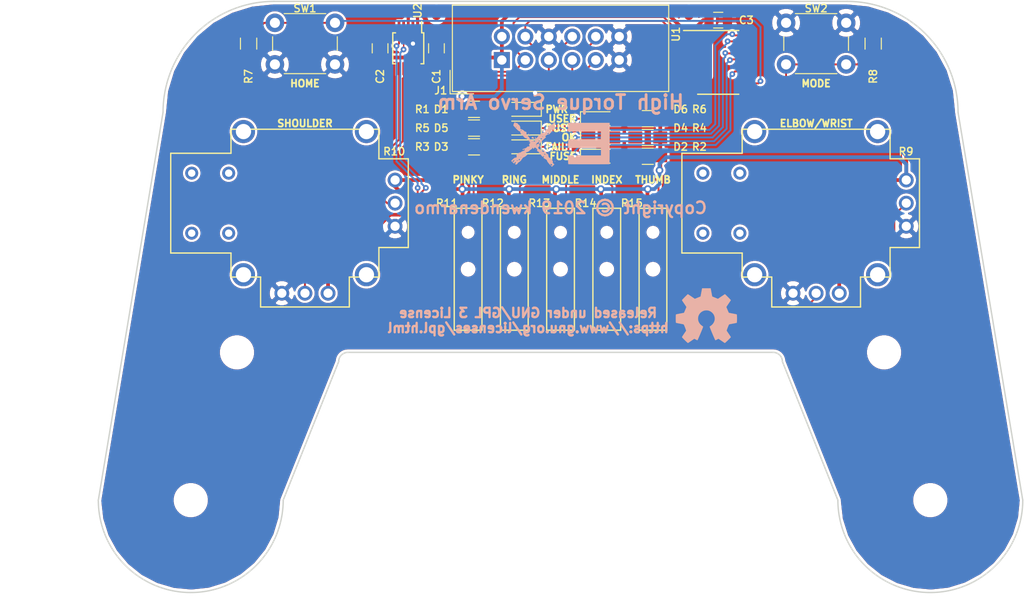
<source format=kicad_pcb>
(kicad_pcb (version 4) (host pcbnew 4.0.7-e2-6376~61~ubuntu18.04.1)
  (layers (0 F.Cu signal) (31 B.Cu signal) (34 B.Paste user) (35 F.Paste user) (36 B.SilkS user) (37 F.SilkS user) (38 B.Mask user) (39 F.Mask user) (44 Edge.Cuts user))
  (net 0 "")
  (net 1 +5V)
  (net 2 GND)
  (net 3 "Net-(D1-Pad2)")
  (net 4 "Net-(D2-Pad1)")
  (net 5 "Net-(D2-Pad2)")
  (net 6 "Net-(D3-Pad1)")
  (net 7 "Net-(D3-Pad2)")
  (net 8 "Net-(D4-Pad1)")
  (net 9 "Net-(D4-Pad2)")
  (net 10 "Net-(D5-Pad1)")
  (net 11 "Net-(D5-Pad2)")
  (net 12 "Net-(D6-Pad1)")
  (net 13 "Net-(D6-Pad2)")
  (net 14 /A5)
  (net 15 /A4)
  (net 16 /A3)
  (net 17 /A1)
  (net 18 /A0)
  (net 19 /A7)
  (net 20 /A6)
  (net 21 "Net-(U1-Pad1)")
  (net 22 "Net-(U1-Pad13)")
  (net 23 "Net-(U1-Pad10)")
  (net 24 "Net-(U2-Pad2)")
  (net 25 "Net-(R9-Pad2)")
  (net 26 "Net-(R9-Pad5)")
  (net 27 "Net-(R10-Pad2)")
  (net 28 "Net-(R10-Pad5)")
  (net 29 "Net-(R9-Pad8)")
  (net 30 "Net-(R9-Pad7)")
  (net 31 "Net-(R10-Pad8)")
  (net 32 "Net-(R10-Pad7)")
  (net 33 "Net-(R7-Pad2)")
  (net 34 "Net-(R8-Pad2)")
  (module Capacitors_SMD:C_0805 (layer F.Cu) (at 36.576 5.08 90)
    (fp_text reference C1 (at -3.048 0 90) (layer F.SilkS) (effects (font (size 0.8128 0.8128) (thickness 0.1524))))
    (fp_text value 4.7µF)
    (pad 1 smd rect (at -1 0 90) (size 1 1.25) (layers F.Cu F.Paste F.Mask) (net 1 +5V))
    (pad 2 smd rect (at 1 0 90) (size 1 1.25) (layers F.Cu F.Paste F.Mask) (net 2 GND))
  )
  (module Fiducials:Fiducial_1mm_Dia_2mm_Outer (layer F.Cu) (at 63.881 1.524)
    (fp_text reference REF** hide)
    (fp_text value Fiducial_1mm_Dia_2mm_Outer hide)
    (pad ~ smd circle (at 0 0) (size 1 1) (layers F.Cu F.Mask) (clearance 0.5))
  )
  (module Fiducials:Fiducial_1mm_Dia_2mm_Outer (layer F.Cu) (at 36.576 1.524)
    (fp_text reference REF** hide)
    (fp_text value Fiducial_1mm_Dia_2mm_Outer hide)
    (pad ~ smd circle (at 0 0) (size 1 1) (layers F.Cu F.Mask) (clearance 0.5))
  )
  (module Fiducials:Fiducial_1mm_Dia_2mm_Outer (layer F.Cu) (at 88.5 62)
    (fp_text reference REF** hide)
    (fp_text value Fiducial_1mm_Dia_2mm_Outer hide)
    (pad ~ smd circle (at 0 0) (size 1 1) (layers F.Cu F.Mask) (clearance 0.5))
  )
  (module Fiducials:Fiducial_1mm_Dia_2mm_Outer (layer F.Cu) (at 11.5 62)
    (fp_text reference REF** hide)
    (fp_text value Fiducial_1mm_Dia_2mm_Outer hide)
    (pad ~ smd circle (at 0 0) (size 1 1) (layers F.Cu F.Mask) (clearance 0.5))
  )
  (module Mounting_Holes:MountingHole_3.2mm_M3_DIN965 (layer F.Cu) (at 85 38)
    (fp_text reference REF** hide)
    (fp_text value MountingHole_3.2mm_M3_DIN965 hide)
    (pad 1 np_thru_hole circle (at 0 0) (size 3.2 3.2) (drill 3.2) (layers *.Cu *.Mask))
  )
  (module Mounting_Holes:MountingHole_3.2mm_M3_DIN965 (layer F.Cu) (at 90 54)
    (fp_text reference REF** hide)
    (fp_text value MountingHole_3.2mm_M3_DIN965 hide)
    (pad 1 np_thru_hole circle (at 0 0) (size 3.2 3.2) (drill 3.2) (layers *.Cu *.Mask))
  )
  (module Mounting_Holes:MountingHole_3.2mm_M3_DIN965 (layer F.Cu) (at 15 38)
    (fp_text reference REF** hide)
    (fp_text value MountingHole_3.2mm_M3_DIN965 hide)
    (pad 1 np_thru_hole circle (at 0 0) (size 3.2 3.2) (drill 3.2) (layers *.Cu *.Mask))
  )
  (module Connectors_IDC:IDC-Header_2x06_Pitch2.54mm_Straight (layer F.Cu) (at 50 5.08 90)
    (fp_text reference J1 (at -4.572 -12.954 180) (layer F.SilkS) (effects (font (size 0.8128 0.8128) (thickness 0.1524))))
    (fp_text value REMOTE)
    (pad 1 thru_hole rect (at -1.27 -6.35 90) (size 1.7272 1.7272) (drill 1.016) (layers *.Cu *.Mask) (net 1 +5V))
    (pad 2 thru_hole oval (at 1.27 -6.35 90) (size 1.7272 1.7272) (drill 1.016) (layers *.Cu *.Mask) (net 1 +5V))
    (pad 3 thru_hole oval (at -1.27 -3.81 90) (size 1.7272 1.7272) (drill 1.016) (layers *.Cu *.Mask) (net 14 /A5))
    (pad 4 thru_hole oval (at 1.27 -3.81 90) (size 1.7272 1.7272) (drill 1.016) (layers *.Cu *.Mask) (net 15 /A4))
    (pad 5 thru_hole oval (at -1.27 -1.27 90) (size 1.7272 1.7272) (drill 1.016) (layers *.Cu *.Mask) (net 16 /A3))
    (pad 6 thru_hole oval (at 1.27 -1.27 135) (size 1.7272 1.7272) (drill 1.016) (layers *.Cu *.Mask) (net 2 GND))
    (pad 7 thru_hole oval (at -1.27 1.27 90) (size 1.7272 1.7272) (drill 1.016) (layers *.Cu *.Mask) (net 17 /A1))
    (pad 8 thru_hole oval (at 1.27 1.27 90) (size 1.7272 1.7272) (drill 1.016) (layers *.Cu *.Mask) (net 18 /A0))
    (pad 9 thru_hole oval (at -1.27 3.81 90) (size 1.7272 1.7272) (drill 1.016) (layers *.Cu *.Mask) (net 19 /A7))
    (pad 10 thru_hole oval (at 1.27 3.81 90) (size 1.7272 1.7272) (drill 1.016) (layers *.Cu *.Mask) (net 20 /A6))
    (pad 11 thru_hole oval (at -1.27 6.35 135) (size 1.7272 1.7272) (drill 1.016) (layers *.Cu *.Mask) (net 2 GND))
    (pad 12 thru_hole oval (at 1.27 6.35 135) (size 1.7272 1.7272) (drill 1.016) (layers *.Cu *.Mask) (net 2 GND))
  )
  (module Buttons_Switches_THT:SW_PUSH_6mm_h4.3mm (layer F.Cu) (at 77.648 4.572 180)
    (fp_text reference SW2 (at 0 3.81 180) (layer F.SilkS) (effects (font (size 0.8128 0.8128) (thickness 0.1524))))
    (fp_text value MODE)
    (pad 2 thru_hole circle (at -3.25 2.25 270) (size 2 2) (drill 1.1) (layers *.Cu *.Mask) (net 2 GND))
    (pad 1 thru_hole circle (at -3.25 -2.25 270) (size 2 2) (drill 1.1) (layers *.Cu *.Mask) (net 34 "Net-(R8-Pad2)"))
    (pad 2 thru_hole circle (at 3.25 2.25 270) (size 2 2) (drill 1.1) (layers *.Cu *.Mask) (net 2 GND))
    (pad 1 thru_hole circle (at 3.25 -2.25 270) (size 2 2) (drill 1.1) (layers *.Cu *.Mask) (net 34 "Net-(R8-Pad2)"))
  )
  (module Buttons_Switches_THT:SW_PUSH_6mm_h4.3mm (layer F.Cu) (at 22.352 4.572)
    (fp_text reference SW1 (at 0 -3.81) (layer F.SilkS) (effects (font (size 0.8128 0.8128) (thickness 0.1524))))
    (fp_text value HOME)
    (pad 2 thru_hole circle (at -3.25 2.25 90) (size 2 2) (drill 1.1) (layers *.Cu *.Mask) (net 2 GND))
    (pad 1 thru_hole circle (at -3.25 -2.25 90) (size 2 2) (drill 1.1) (layers *.Cu *.Mask) (net 33 "Net-(R7-Pad2)"))
    (pad 2 thru_hole circle (at 3.25 2.25 90) (size 2 2) (drill 1.1) (layers *.Cu *.Mask) (net 2 GND))
    (pad 1 thru_hole circle (at 3.25 -2.25 90) (size 2 2) (drill 1.1) (layers *.Cu *.Mask) (net 33 "Net-(R7-Pad2)"))
  )
  (module Capacitors_SMD:C_0805 (layer F.Cu) (at 30.48 5.08 90)
    (fp_text reference C2 (at -3.048 0 90) (layer F.SilkS) (effects (font (size 0.8128 0.8128) (thickness 0.1524))))
    (fp_text value 100nF)
    (pad 1 smd rect (at -1 0 90) (size 1 1.25) (layers F.Cu F.Paste F.Mask) (net 1 +5V))
    (pad 2 smd rect (at 1 0 90) (size 1 1.25) (layers F.Cu F.Paste F.Mask) (net 2 GND))
  )
  (module Capacitors_SMD:C_0805 (layer F.Cu) (at 67.056 2.032)
    (fp_text reference C3 (at 3.048 0) (layer F.SilkS) (effects (font (size 0.8128 0.8128) (thickness 0.1524))))
    (fp_text value 100nF)
    (pad 1 smd rect (at -1 0) (size 1 1.25) (layers F.Cu F.Paste F.Mask) (net 1 +5V))
    (pad 2 smd rect (at 1 0) (size 1 1.25) (layers F.Cu F.Paste F.Mask) (net 2 GND))
  )
  (module LEDs:LED_0805_HandSoldering (layer F.Cu) (at 45.72 11.684 180)
    (fp_text reference D1 (at 8.636 0 180) (layer F.SilkS) (effects (font (size 0.8128 0.8128) (thickness 0.1524))))
    (fp_text value GREEN)
    (pad 1 smd rect (at -1.35 0 180) (size 1.5 1.3) (layers F.Cu F.Paste F.Mask) (net 2 GND))
    (pad 2 smd rect (at 1.35 0 180) (size 1.5 1.3) (layers F.Cu F.Paste F.Mask) (net 3 "Net-(D1-Pad2)"))
  )
  (module LEDs:LED_0805_HandSoldering (layer F.Cu) (at 54.356 16.764)
    (fp_text reference D2 (at 8.636 -1.016) (layer F.SilkS) (effects (font (size 0.8128 0.8128) (thickness 0.1524))))
    (fp_text value RED)
    (pad 1 smd rect (at -1.35 0) (size 1.5 1.3) (layers F.Cu F.Paste F.Mask) (net 4 "Net-(D2-Pad1)"))
    (pad 2 smd rect (at 1.35 0) (size 1.5 1.3) (layers F.Cu F.Paste F.Mask) (net 5 "Net-(D2-Pad2)"))
  )
  (module LEDs:LED_0805_HandSoldering (layer F.Cu) (at 45.72 15.748 180)
    (fp_text reference D3 (at 8.636 0 180) (layer F.SilkS) (effects (font (size 0.8128 0.8128) (thickness 0.1524))))
    (fp_text value RED)
    (pad 1 smd rect (at -1.35 0 180) (size 1.5 1.3) (layers F.Cu F.Paste F.Mask) (net 6 "Net-(D3-Pad1)"))
    (pad 2 smd rect (at 1.35 0 180) (size 1.5 1.3) (layers F.Cu F.Paste F.Mask) (net 7 "Net-(D3-Pad2)"))
  )
  (module LEDs:LED_0805_HandSoldering (layer F.Cu) (at 54.356 14.732)
    (fp_text reference D4 (at 8.636 -1.016) (layer F.SilkS) (effects (font (size 0.8128 0.8128) (thickness 0.1524))))
    (fp_text value GREEN)
    (pad 1 smd rect (at -1.35 0) (size 1.5 1.3) (layers F.Cu F.Paste F.Mask) (net 8 "Net-(D4-Pad1)"))
    (pad 2 smd rect (at 1.35 0) (size 1.5 1.3) (layers F.Cu F.Paste F.Mask) (net 9 "Net-(D4-Pad2)"))
  )
  (module LEDs:LED_0805_HandSoldering (layer F.Cu) (at 45.72 13.716 180)
    (fp_text reference D5 (at 8.636 0 180) (layer F.SilkS) (effects (font (size 0.8128 0.8128) (thickness 0.1524))))
    (fp_text value ORANGE)
    (pad 1 smd rect (at -1.35 0 180) (size 1.5 1.3) (layers F.Cu F.Paste F.Mask) (net 10 "Net-(D5-Pad1)"))
    (pad 2 smd rect (at 1.35 0 180) (size 1.5 1.3) (layers F.Cu F.Paste F.Mask) (net 11 "Net-(D5-Pad2)"))
  )
  (module LEDs:LED_0805_HandSoldering (layer F.Cu) (at 54.356 12.7)
    (fp_text reference D6 (at 8.636 -1.016) (layer F.SilkS) (effects (font (size 0.8128 0.8128) (thickness 0.1524))))
    (fp_text value ORANGE)
    (pad 1 smd rect (at -1.35 0) (size 1.5 1.3) (layers F.Cu F.Paste F.Mask) (net 12 "Net-(D6-Pad1)"))
    (pad 2 smd rect (at 1.35 0) (size 1.5 1.3) (layers F.Cu F.Paste F.Mask) (net 13 "Net-(D6-Pad2)"))
  )
  (module Resistors_SMD:R_0805_HandSoldering (layer F.Cu) (at 40.64 11.684 180)
    (fp_text reference R1 (at 5.588 0 180) (layer F.SilkS) (effects (font (size 0.8128 0.8128) (thickness 0.1524))))
    (fp_text value 330R)
    (pad 1 smd rect (at -1.35 0 180) (size 1.5 1.3) (layers F.Cu F.Paste F.Mask) (net 3 "Net-(D1-Pad2)"))
    (pad 2 smd rect (at 1.35 0 180) (size 1.5 1.3) (layers F.Cu F.Paste F.Mask) (net 1 +5V))
  )
  (module Resistors_SMD:R_0805_HandSoldering (layer F.Cu) (at 59.436 16.764)
    (fp_text reference R2 (at 5.588 -1.016) (layer F.SilkS) (effects (font (size 0.8128 0.8128) (thickness 0.1524))))
    (fp_text value 330R)
    (pad 1 smd rect (at -1.35 0) (size 1.5 1.3) (layers F.Cu F.Paste F.Mask) (net 5 "Net-(D2-Pad2)"))
    (pad 2 smd rect (at 1.35 0) (size 1.5 1.3) (layers F.Cu F.Paste F.Mask) (net 1 +5V))
  )
  (module Resistors_SMD:R_0805_HandSoldering (layer F.Cu) (at 40.64 15.748 180)
    (fp_text reference R3 (at 5.588 0 180) (layer F.SilkS) (effects (font (size 0.8128 0.8128) (thickness 0.1524))))
    (fp_text value 330R)
    (pad 1 smd rect (at -1.35 0 180) (size 1.5 1.3) (layers F.Cu F.Paste F.Mask) (net 7 "Net-(D3-Pad2)"))
    (pad 2 smd rect (at 1.35 0 180) (size 1.5 1.3) (layers F.Cu F.Paste F.Mask) (net 1 +5V))
  )
  (module Resistors_SMD:R_0805_HandSoldering (layer F.Cu) (at 59.436 14.732)
    (fp_text reference R4 (at 5.588 -1.016) (layer F.SilkS) (effects (font (size 0.8128 0.8128) (thickness 0.1524))))
    (fp_text value 330R)
    (pad 1 smd rect (at -1.35 0) (size 1.5 1.3) (layers F.Cu F.Paste F.Mask) (net 9 "Net-(D4-Pad2)"))
    (pad 2 smd rect (at 1.35 0) (size 1.5 1.3) (layers F.Cu F.Paste F.Mask) (net 1 +5V))
  )
  (module Resistors_SMD:R_0805_HandSoldering (layer F.Cu) (at 40.64 13.716 180)
    (fp_text reference R5 (at 5.588 0 180) (layer F.SilkS) (effects (font (size 0.8128 0.8128) (thickness 0.1524))))
    (fp_text value 330R)
    (pad 1 smd rect (at -1.35 0 180) (size 1.5 1.3) (layers F.Cu F.Paste F.Mask) (net 11 "Net-(D5-Pad2)"))
    (pad 2 smd rect (at 1.35 0 180) (size 1.5 1.3) (layers F.Cu F.Paste F.Mask) (net 1 +5V))
  )
  (module Resistors_SMD:R_0805_HandSoldering (layer F.Cu) (at 59.436 12.7)
    (fp_text reference R6 (at 5.588 -1.016) (layer F.SilkS) (effects (font (size 0.8128 0.8128) (thickness 0.1524))))
    (fp_text value 330R)
    (pad 1 smd rect (at -1.35 0) (size 1.5 1.3) (layers F.Cu F.Paste F.Mask) (net 13 "Net-(D6-Pad2)"))
    (pad 2 smd rect (at 1.35 0) (size 1.5 1.3) (layers F.Cu F.Paste F.Mask) (net 1 +5V))
  )
  (module Resistors_SMD:R_0805_HandSoldering (layer F.Cu) (at 16.256 4.572 90)
    (fp_text reference R7 (at -3.556 0 90) (layer F.SilkS) (effects (font (size 0.8128 0.8128) (thickness 0.1524))))
    (fp_text value 10k)
    (pad 1 smd rect (at -1.35 0 90) (size 1.5 1.3) (layers F.Cu F.Paste F.Mask) (net 1 +5V))
    (pad 2 smd rect (at 1.35 0 90) (size 1.5 1.3) (layers F.Cu F.Paste F.Mask) (net 33 "Net-(R7-Pad2)"))
  )
  (module Resistors_SMD:R_0805_HandSoldering (layer F.Cu) (at 83.82 4.572 270)
    (fp_text reference R8 (at 3.556 0 270) (layer F.SilkS) (effects (font (size 0.8128 0.8128) (thickness 0.1524))))
    (fp_text value 10k)
    (pad 1 smd rect (at -1.35 0 270) (size 1.5 1.3) (layers F.Cu F.Paste F.Mask) (net 1 +5V))
    (pad 2 smd rect (at 1.35 0 270) (size 1.5 1.3) (layers F.Cu F.Paste F.Mask) (net 34 "Net-(R8-Pad2)"))
  )
  (module Housings_SSOP:TSSOP-20_4.4x6.5mm_Pitch0.65mm (layer F.Cu) (at 67.056 6.604)
    (fp_text reference U1 (at -4.572 -3.048 90) (layer F.SilkS) (effects (font (size 0.8128 0.8128) (thickness 0.1524))))
    (fp_text value PCF8574A)
    (pad 1 smd rect (at -2.95 -2.925) (size 1.45 0.45) (layers F.Cu F.Paste F.Mask) (net 21 "Net-(U1-Pad1)"))
    (pad 2 smd rect (at -2.95 -2.275) (size 1.45 0.45) (layers F.Cu F.Paste F.Mask) (net 14 /A5))
    (pad 3 smd rect (at -2.95 -1.625) (size 1.45 0.45) (layers F.Cu F.Paste F.Mask) (net 22 "Net-(U1-Pad13)"))
    (pad 4 smd rect (at -2.95 -0.975) (size 1.45 0.45) (layers F.Cu F.Paste F.Mask) (net 15 /A4))
    (pad 5 smd rect (at -2.95 -0.325) (size 1.45 0.45) (layers F.Cu F.Paste F.Mask) (net 1 +5V))
    (pad 6 smd rect (at -2.95 0.325) (size 1.45 0.45) (layers F.Cu F.Paste F.Mask) (net 1 +5V))
    (pad 7 smd rect (at -2.95 0.975) (size 1.45 0.45) (layers F.Cu F.Paste F.Mask) (net 1 +5V))
    (pad 8 smd rect (at -2.95 1.625) (size 1.45 0.45) (layers F.Cu F.Paste F.Mask) (net 22 "Net-(U1-Pad13)"))
    (pad 9 smd rect (at -2.95 2.275) (size 1.45 0.45) (layers F.Cu F.Paste F.Mask) (net 1 +5V))
    (pad 10 smd rect (at -2.95 2.925) (size 1.45 0.45) (layers F.Cu F.Paste F.Mask) (net 23 "Net-(U1-Pad10)"))
    (pad 11 smd rect (at 2.95 2.925) (size 1.45 0.45) (layers F.Cu F.Paste F.Mask) (net 34 "Net-(R8-Pad2)"))
    (pad 12 smd rect (at 2.95 2.275) (size 1.45 0.45) (layers F.Cu F.Paste F.Mask) (net 33 "Net-(R7-Pad2)"))
    (pad 13 smd rect (at 2.95 1.625) (size 1.45 0.45) (layers F.Cu F.Paste F.Mask) (net 22 "Net-(U1-Pad13)"))
    (pad 14 smd rect (at 2.95 0.975) (size 1.45 0.45) (layers F.Cu F.Paste F.Mask) (net 4 "Net-(D2-Pad1)"))
    (pad 15 smd rect (at 2.95 0.325) (size 1.45 0.45) (layers F.Cu F.Paste F.Mask) (net 2 GND))
    (pad 16 smd rect (at 2.95 -0.325) (size 1.45 0.45) (layers F.Cu F.Paste F.Mask) (net 6 "Net-(D3-Pad1)"))
    (pad 17 smd rect (at 2.95 -0.975) (size 1.45 0.45) (layers F.Cu F.Paste F.Mask) (net 8 "Net-(D4-Pad1)"))
    (pad 18 smd rect (at 2.95 -1.625) (size 1.45 0.45) (layers F.Cu F.Paste F.Mask) (net 22 "Net-(U1-Pad13)"))
    (pad 19 smd rect (at 2.95 -2.275) (size 1.45 0.45) (layers F.Cu F.Paste F.Mask) (net 10 "Net-(D5-Pad1)"))
    (pad 20 smd rect (at 2.95 -2.925) (size 1.45 0.45) (layers F.Cu F.Paste F.Mask) (net 12 "Net-(D6-Pad1)"))
  )
  (module Housings_SSOP:MSOP-10_3x3mm_Pitch0.5mm (layer F.Cu) (at 33.528 5.08 270)
    (fp_text reference U2 (at -4.064 -1.016 450) (layer F.SilkS) (effects (font (size 0.8128 0.8128) (thickness 0.1524))))
    (fp_text value ADS1015)
    (pad 1 smd rect (at -2.2 -1 270) (size 1.4 0.3) (layers F.Cu F.Paste F.Mask) (net 2 GND))
    (pad 2 smd rect (at -2.2 -0.5 270) (size 1.4 0.3) (layers F.Cu F.Paste F.Mask) (net 24 "Net-(U2-Pad2)"))
    (pad 3 smd rect (at -2.2 0 270) (size 1.4 0.3) (layers F.Cu F.Paste F.Mask) (net 2 GND))
    (pad 4 smd rect (at -2.2 0.5 270) (size 1.4 0.3) (layers F.Cu F.Paste F.Mask) (net 25 "Net-(R9-Pad2)"))
    (pad 5 smd rect (at -2.2 1 270) (size 1.4 0.3) (layers F.Cu F.Paste F.Mask) (net 26 "Net-(R9-Pad5)"))
    (pad 6 smd rect (at 2.2 1 270) (size 1.4 0.3) (layers F.Cu F.Paste F.Mask) (net 27 "Net-(R10-Pad2)"))
    (pad 7 smd rect (at 2.2 0.5 270) (size 1.4 0.3) (layers F.Cu F.Paste F.Mask) (net 28 "Net-(R10-Pad5)"))
    (pad 8 smd rect (at 2.2 0 270) (size 1.4 0.3) (layers F.Cu F.Paste F.Mask) (net 1 +5V))
    (pad 9 smd rect (at 2.2 -0.5 270) (size 1.4 0.3) (layers F.Cu F.Paste F.Mask) (net 15 /A4))
    (pad 10 smd rect (at 2.2 -1 270) (size 1.4 0.3) (layers F.Cu F.Paste F.Mask) (net 14 /A5))
  )
  (module RS08U111Z001:RS08U111Z001 (layer F.Cu) (at 60 29 270)
    (fp_text reference R15 (at -7.156 2.286 360) (layer F.SilkS) (effects (font (size 0.8128 0.8128) (thickness 0.1524))))
    (fp_text value 10k)
    (pad 1 smd rect (at -7.1 0.6 270) (size 1.6 0.9) (layers F.Cu F.Paste F.Mask) (net 1 +5V))
    (pad 2 smd rect (at -7.1 -0.6 270) (size 1.6 0.9) (layers F.Cu F.Paste F.Mask) (net 19 /A7))
    (pad 3 smd rect (at 7.1 0.6 270) (size 1.6 0.9) (layers F.Cu F.Paste F.Mask) (net 2 GND))
    (pad 4 smd rect (at 7.1 -0.6 270) (size 1.6 0.9) (layers F.Cu F.Paste F.Mask))
    (pad 4 smd rect (at -4 1.95 270) (size 1.1 1.1) (layers F.Cu F.Paste F.Mask))
    (pad 4 smd rect (at 4 1.95 270) (size 1.1 1.1) (layers F.Cu F.Paste F.Mask))
    (pad "" np_thru_hole circle (at -4 0 270) (size 0.9 0.9) (drill 0.9) (layers *.Cu *.Mask))
    (pad "" np_thru_hole circle (at 0 0 270) (size 1.1 1.1) (drill 1.1) (layers *.Cu *.Mask))
  )
  (module RS08U111Z001:RS08U111Z001 (layer F.Cu) (at 55 29 270)
    (fp_text reference R14 (at -7.156 2.286 360) (layer F.SilkS) (effects (font (size 0.8128 0.8128) (thickness 0.1524))))
    (fp_text value 10k)
    (pad 1 smd rect (at -7.1 0.6 270) (size 1.6 0.9) (layers F.Cu F.Paste F.Mask) (net 1 +5V))
    (pad 2 smd rect (at -7.1 -0.6 270) (size 1.6 0.9) (layers F.Cu F.Paste F.Mask) (net 20 /A6))
    (pad 3 smd rect (at 7.1 0.6 270) (size 1.6 0.9) (layers F.Cu F.Paste F.Mask) (net 2 GND))
    (pad 4 smd rect (at 7.1 -0.6 270) (size 1.6 0.9) (layers F.Cu F.Paste F.Mask))
    (pad 4 smd rect (at -4 1.95 270) (size 1.1 1.1) (layers F.Cu F.Paste F.Mask))
    (pad 4 smd rect (at 4 1.95 270) (size 1.1 1.1) (layers F.Cu F.Paste F.Mask))
    (pad "" np_thru_hole circle (at -4 0 270) (size 0.9 0.9) (drill 0.9) (layers *.Cu *.Mask))
    (pad "" np_thru_hole circle (at 0 0 270) (size 1.1 1.1) (drill 1.1) (layers *.Cu *.Mask))
  )
  (module RS08U111Z001:RS08U111Z001 (layer F.Cu) (at 50 29 270)
    (fp_text reference R13 (at -7.156 2.286 360) (layer F.SilkS) (effects (font (size 0.8128 0.8128) (thickness 0.1524))))
    (fp_text value 10k)
    (pad 1 smd rect (at -7.1 0.6 270) (size 1.6 0.9) (layers F.Cu F.Paste F.Mask) (net 1 +5V))
    (pad 2 smd rect (at -7.1 -0.6 270) (size 1.6 0.9) (layers F.Cu F.Paste F.Mask) (net 17 /A1))
    (pad 3 smd rect (at 7.1 0.6 270) (size 1.6 0.9) (layers F.Cu F.Paste F.Mask) (net 2 GND))
    (pad 4 smd rect (at 7.1 -0.6 270) (size 1.6 0.9) (layers F.Cu F.Paste F.Mask))
    (pad 4 smd rect (at -4 1.95 270) (size 1.1 1.1) (layers F.Cu F.Paste F.Mask))
    (pad 4 smd rect (at 4 1.95 270) (size 1.1 1.1) (layers F.Cu F.Paste F.Mask))
    (pad "" np_thru_hole circle (at -4 0 270) (size 0.9 0.9) (drill 0.9) (layers *.Cu *.Mask))
    (pad "" np_thru_hole circle (at 0 0 270) (size 1.1 1.1) (drill 1.1) (layers *.Cu *.Mask))
  )
  (module RS08U111Z001:RS08U111Z001 (layer F.Cu) (at 45 29 270)
    (fp_text reference R12 (at -7.156 2.328 360) (layer F.SilkS) (effects (font (size 0.8128 0.8128) (thickness 0.1524))))
    (fp_text value 10k)
    (pad 1 smd rect (at -7.1 0.6 270) (size 1.6 0.9) (layers F.Cu F.Paste F.Mask) (net 1 +5V))
    (pad 2 smd rect (at -7.1 -0.6 270) (size 1.6 0.9) (layers F.Cu F.Paste F.Mask) (net 18 /A0))
    (pad 3 smd rect (at 7.1 0.6 270) (size 1.6 0.9) (layers F.Cu F.Paste F.Mask) (net 2 GND))
    (pad 4 smd rect (at 7.1 -0.6 270) (size 1.6 0.9) (layers F.Cu F.Paste F.Mask))
    (pad 4 smd rect (at -4 1.95 270) (size 1.1 1.1) (layers F.Cu F.Paste F.Mask))
    (pad 4 smd rect (at 4 1.95 270) (size 1.1 1.1) (layers F.Cu F.Paste F.Mask))
    (pad "" np_thru_hole circle (at -4 0 270) (size 0.9 0.9) (drill 0.9) (layers *.Cu *.Mask))
    (pad "" np_thru_hole circle (at 0 0 270) (size 1.1 1.1) (drill 1.1) (layers *.Cu *.Mask))
  )
  (module RS08U111Z001:RS08U111Z001 (layer F.Cu) (at 40 29 270)
    (fp_text reference R11 (at -7.156 2.286 360) (layer F.SilkS) (effects (font (size 0.8128 0.8128) (thickness 0.1524))))
    (fp_text value 10k)
    (pad 1 smd rect (at -7.1 0.6 270) (size 1.6 0.9) (layers F.Cu F.Paste F.Mask) (net 1 +5V))
    (pad 2 smd rect (at -7.1 -0.6 270) (size 1.6 0.9) (layers F.Cu F.Paste F.Mask) (net 16 /A3))
    (pad 3 smd rect (at 7.1 0.6 270) (size 1.6 0.9) (layers F.Cu F.Paste F.Mask) (net 2 GND))
    (pad 4 smd rect (at 7.1 -0.6 270) (size 1.6 0.9) (layers F.Cu F.Paste F.Mask))
    (pad 4 smd rect (at -4 1.95 270) (size 1.1 1.1) (layers F.Cu F.Paste F.Mask))
    (pad 4 smd rect (at 4 1.95 270) (size 1.1 1.1) (layers F.Cu F.Paste F.Mask))
    (pad "" np_thru_hole circle (at -4 0 270) (size 0.9 0.9) (drill 0.9) (layers *.Cu *.Mask))
    (pad "" np_thru_hole circle (at 0 0 270) (size 1.1 1.1) (drill 1.1) (layers *.Cu *.Mask))
  )
  (module 311110005:311110005 (layer F.Cu) (at 22.352 21.844)
    (fp_text reference R10 (at 9.652 -5.588) (layer F.SilkS) (effects (font (size 0.8128 0.8128) (thickness 0.1524))))
    (fp_text value Joystick)
    (pad 1 thru_hole circle (at -2.5 9.75) (size 1.6 1.6) (drill 1) (layers *.Cu *.Mask) (net 2 GND))
    (pad 2 thru_hole circle (at 0 9.75) (size 1.6 1.6) (drill 1) (layers *.Cu *.Mask) (net 27 "Net-(R10-Pad2)"))
    (pad 3 thru_hole circle (at 2.5 9.75) (size 1.6 1.6) (drill 1) (layers *.Cu *.Mask) (net 1 +5V))
    (pad 4 thru_hole circle (at 9.75 2.5) (size 1.6 1.6) (drill 1) (layers *.Cu *.Mask) (net 2 GND))
    (pad 5 thru_hole circle (at 9.75 0) (size 1.6 1.6) (drill 1) (layers *.Cu *.Mask) (net 28 "Net-(R10-Pad5)"))
    (pad 6 thru_hole circle (at 9.75 -2.5) (size 1.6 1.6) (drill 1) (layers *.Cu *.Mask) (net 1 +5V))
    (pad 8 thru_hole circle (at -12.25 -3.25) (size 1.4 1.4) (drill 0.8) (layers *.Cu *.Mask) (net 31 "Net-(R10-Pad8)"))
    (pad 7 thru_hole circle (at -8.25 -3.25) (size 1.4 1.4) (drill 0.8) (layers *.Cu *.Mask) (net 32 "Net-(R10-Pad7)"))
    (pad 8 thru_hole circle (at -12.25 3.25) (size 1.4 1.4) (drill 0.8) (layers *.Cu *.Mask) (net 31 "Net-(R10-Pad8)"))
    (pad 7 thru_hole circle (at -8.25 3.25) (size 1.4 1.4) (drill 0.8) (layers *.Cu *.Mask) (net 32 "Net-(R10-Pad7)"))
    (pad 9 thru_hole circle (at -6.65 7.75) (size 2.5 2.5) (drill 1.65) (layers *.Cu *.Mask))
    (pad 9 thru_hole circle (at -6.65 -7.75) (size 2.5 2.5) (drill 1.65) (layers *.Cu *.Mask))
    (pad 9 thru_hole circle (at 6.65 -7.75) (size 2.5 2.5) (drill 1.65) (layers *.Cu *.Mask))
    (pad 9 thru_hole circle (at 6.65 7.75) (size 2.5 2.5) (drill 1.65) (layers *.Cu *.Mask))
  )
  (module 311110005:311110005 (layer F.Cu) (at 77.648 21.844)
    (fp_text reference R9 (at 9.728 -5.588) (layer F.SilkS) (effects (font (size 0.8128 0.8128) (thickness 0.1524))))
    (fp_text value Joystick)
    (pad 1 thru_hole circle (at -2.5 9.75) (size 1.6 1.6) (drill 1) (layers *.Cu *.Mask) (net 2 GND))
    (pad 2 thru_hole circle (at 0 9.75) (size 1.6 1.6) (drill 1) (layers *.Cu *.Mask) (net 25 "Net-(R9-Pad2)"))
    (pad 3 thru_hole circle (at 2.5 9.75) (size 1.6 1.6) (drill 1) (layers *.Cu *.Mask) (net 1 +5V))
    (pad 4 thru_hole circle (at 9.75 2.5) (size 1.6 1.6) (drill 1) (layers *.Cu *.Mask) (net 2 GND))
    (pad 5 thru_hole circle (at 9.75 0) (size 1.6 1.6) (drill 1) (layers *.Cu *.Mask) (net 26 "Net-(R9-Pad5)"))
    (pad 6 thru_hole circle (at 9.75 -2.5) (size 1.6 1.6) (drill 1) (layers *.Cu *.Mask) (net 1 +5V))
    (pad 8 thru_hole circle (at -12.25 -3.25) (size 1.4 1.4) (drill 0.8) (layers *.Cu *.Mask) (net 29 "Net-(R9-Pad8)"))
    (pad 7 thru_hole circle (at -8.25 -3.25) (size 1.4 1.4) (drill 0.8) (layers *.Cu *.Mask) (net 30 "Net-(R9-Pad7)"))
    (pad 8 thru_hole circle (at -12.25 3.25) (size 1.4 1.4) (drill 0.8) (layers *.Cu *.Mask) (net 29 "Net-(R9-Pad8)"))
    (pad 7 thru_hole circle (at -8.25 3.25) (size 1.4 1.4) (drill 0.8) (layers *.Cu *.Mask) (net 30 "Net-(R9-Pad7)"))
    (pad 9 thru_hole circle (at -6.65 7.75) (size 2.5 2.5) (drill 1.65) (layers *.Cu *.Mask))
    (pad 9 thru_hole circle (at -6.65 -7.75) (size 2.5 2.5) (drill 1.65) (layers *.Cu *.Mask))
    (pad 9 thru_hole circle (at 6.65 -7.75) (size 2.5 2.5) (drill 1.65) (layers *.Cu *.Mask))
    (pad 9 thru_hole circle (at 6.65 7.75) (size 2.5 2.5) (drill 1.65) (layers *.Cu *.Mask))
  )
  (module Fiducials:Fiducial_1mm_Dia_2mm_Outer (layer F.Cu) (at 11.5 4.5)
    (fp_text reference REF** hide)
    (fp_text value Fiducial_1mm_Dia_2mm_Outer hide)
    (pad ~ smd circle (at 0 0) (size 1 1) (layers F.Cu F.Mask) (clearance 0.5))
  )
  (module Mounting_Holes:MountingHole_3.2mm_M3_DIN965 (layer F.Cu) (at 10 54)
    (fp_text reference REF** hide)
    (fp_text value MountingHole_3.2mm_M3_DIN965 hide)
    (pad 1 np_thru_hole circle (at 0 0) (size 3.2 3.2) (drill 3.2) (layers *.Cu *.Mask))
  )
  (module Symbols:OSHW-Symbol_6.7x6mm_SilkScreen (layer B.Cu) (at 65.786 34.036 180)
    (fp_text reference REF*** hide)
    (fp_text value OSHW-Symbol_6.7x6mm_SilkScreen hide)
  )
  (module logo-ex:logo-ex (layer B.Cu) (at 50 15.494 180)
    (fp_text reference G*** hide)
    (fp_text value LOGO hide)
  )
  (gr_text "Released under GNU/GPL 3 License\nhttps://www.gnu.org/licenses/gpl.html" (at 46.482 34.544) (layer B.SilkS) (effects (font (size 1.016 1.016) (thickness 0.254)) (justify mirror)))
  (gr_text "High Torque Servo Arm" (at 50 10.922) (layer B.SilkS) (effects (font (thickness 0.3048)) (justify mirror)))
  (gr_text MODE (at 77.648 8.89) (layer F.SilkS) (effects (font (size 0.762 0.762) (thickness 0.1905))))
  (gr_text HOME (at 22.352 8.89) (layer F.SilkS) (effects (font (size 0.762 0.762) (thickness 0.1905))))
  (gr_text SHOULDER (at 22.352 13.208) (layer F.SilkS) (effects (font (size 0.762 0.762) (thickness 0.1905))))
  (gr_text ELBOW/WRIST (at 77.648 13.208) (layer F.SilkS) (effects (font (size 0.762 0.762) (thickness 0.1905))))
  (gr_text THUMB (at 60 19.304) (layer F.SilkS) (effects (font (size 0.762 0.762) (thickness 0.1905))))
  (gr_text INDEX (at 55 19.304) (layer F.SilkS) (effects (font (size 0.762 0.762) (thickness 0.1905))))
  (gr_text MIDDLE (at 50 19.304) (layer F.SilkS) (effects (font (size 0.762 0.762) (thickness 0.1905))))
  (gr_text RING (at 45 19.304) (layer F.SilkS) (effects (font (size 0.762 0.762) (thickness 0.1905))))
  (gr_text PINKY (at 40 19.304) (layer F.SilkS) (effects (font (size 0.762 0.762) (thickness 0.1905))))
  (gr_text "Copyright © 2019 kwendenarmo" (at 50 22.352) (layer B.SilkS) (effects (font (size 1.27 1.27) (thickness 0.254)) (justify mirror)))
  (gr_text PWR (at 48.26 11.684) (layer F.SilkS) (effects (font (size 0.762 0.762) (thickness 0.1905)) (justify left)))
  (gr_text USER (at 51.816 12.7) (layer F.SilkS) (effects (font (size 0.762 0.762) (thickness 0.1905)) (justify right)))
  (gr_text BUSY (at 48.26 13.716) (layer F.SilkS) (effects (font (size 0.762 0.762) (thickness 0.1905)) (justify left)))
  (gr_text OK (at 51.816 14.732) (layer F.SilkS) (effects (font (size 0.762 0.762) (thickness 0.1905)) (justify right)))
  (gr_text FAIL (at 48.26 15.748) (layer F.SilkS) (effects (font (size 0.762 0.762) (thickness 0.1905)) (justify left)))
  (gr_text FUSE (at 51.816 16.764) (layer F.SilkS) (effects (font (size 0.762 0.762) (thickness 0.1905)) (justify right)))
  (gr_arc (start 90 54) (end 100 54) (angle 180) (layer Edge.Cuts) (width 0.15))
  (gr_arc (start 10 54) (end 20 54) (angle 180) (layer Edge.Cuts) (width 0.15))
  (gr_arc (start 73 39) (end 73 38) (angle 90) (layer Edge.Cuts) (width 0.15))
  (gr_arc (start 27 39) (end 26 39) (angle 90) (layer Edge.Cuts) (width 0.15))
  (gr_arc (start 81 12) (end 81 0) (angle 90) (layer Edge.Cuts) (width 0.15))
  (gr_arc (start 19 12) (end 7 12) (angle 90) (layer Edge.Cuts) (width 0.15))
  (gr_line (start 74 39) (end 80 54) (layer Edge.Cuts) (width 0.15))
  (gr_line (start 7 12) (end 0 54) (layer Edge.Cuts) (width 0.15))
  (gr_line (start 20 54) (end 26 39) (layer Edge.Cuts) (width 0.15))
  (gr_line (start 81 0) (end 19 0) (layer Edge.Cuts) (width 0.15))
  (gr_line (start 27 38) (end 73 38) (layer Edge.Cuts) (width 0.15))
  (gr_line (start 100 54) (end 93 12) (layer Edge.Cuts) (width 0.15))
  (segment (start 60.706 18.288) (end 60.706 17.599267) (width 0.4064) (layer B.Cu) (net 1))
  (segment (start 60.706 17.599267) (end 61.434384 16.870883) (width 0.4064) (layer B.Cu) (net 1))
  (segment (start 61.434384 16.870883) (end 86.625723 16.870883) (width 0.4064) (layer B.Cu) (net 1))
  (segment (start 86.625723 16.870883) (end 87.398 17.64316) (width 0.4064) (layer B.Cu) (net 1))
  (segment (start 87.398 17.64316) (end 87.398 19.344) (width 0.4064) (layer B.Cu) (net 1))
  (segment (start 65.289 8.879) (end 64.106 8.879) (width 0.3048) (layer F.Cu) (net 1))
  (segment (start 65.289 8.879) (end 66.056 8.112) (width 0.4064) (layer F.Cu) (net 1))
  (segment (start 64.106 6.279) (end 64.106 6.929) (width 0.3048) (layer F.Cu) (net 1))
  (segment (start 64.106 7.579) (end 64.106 6.929) (width 0.3048) (layer F.Cu) (net 1))
  (segment (start 66.056 2.032) (end 66.056 6.858) (width 0.4064) (layer F.Cu) (net 1))
  (segment (start 66.056 6.858) (end 66.056 8.112) (width 0.4064) (layer F.Cu) (net 1))
  (segment (start 64.106 6.929) (end 65.985 6.929) (width 0.4064) (layer F.Cu) (net 1))
  (segment (start 65.985 6.929) (end 66.056 6.858) (width 0.4064) (layer F.Cu) (net 1))
  (segment (start 59.436 20.32) (end 60.143234 20.32) (width 0.4064) (layer B.Cu) (net 1))
  (segment (start 60.143234 20.32) (end 60.706 19.757234) (width 0.4064) (layer B.Cu) (net 1))
  (segment (start 60.706 19.757234) (end 60.706 18.288) (width 0.4064) (layer B.Cu) (net 1))
  (segment (start 60.786 16.764) (end 60.786 18.208) (width 0.4064) (layer F.Cu) (net 1))
  (segment (start 60.786 18.208) (end 60.706 18.288) (width 0.4064) (layer F.Cu) (net 1))
  (via (at 60.706 18.288) (size 0.8128) (drill 0.4572) (layers F.Cu B.Cu) (net 1))
  (segment (start 39.37 10.287) (end 42.904168 10.287) (width 0.4064) (layer B.Cu) (net 1))
  (segment (start 42.904168 10.287) (end 43.65 9.541168) (width 0.4064) (layer B.Cu) (net 1))
  (segment (start 43.65 9.541168) (end 43.65 6.35) (width 0.4064) (layer B.Cu) (net 1))
  (segment (start 39.29 11.684) (end 39.29 10.367) (width 0.4064) (layer F.Cu) (net 1))
  (segment (start 39.29 10.367) (end 39.37 10.287) (width 0.4064) (layer F.Cu) (net 1))
  (via (at 39.37 10.287) (size 0.8128) (drill 0.4572) (layers F.Cu B.Cu) (net 1))
  (segment (start 39.37 20.32) (end 39.37 15.828) (width 0.4064) (layer F.Cu) (net 1))
  (segment (start 39.37 15.828) (end 39.29 15.748) (width 0.4064) (layer F.Cu) (net 1))
  (segment (start 30.592304 24.066738) (end 31.563653 23.095389) (width 0.4064) (layer F.Cu) (net 1))
  (segment (start 32.629806 23.095389) (end 31.563653 23.095389) (width 0.381) (layer F.Cu) (net 1))
  (segment (start 24.852 31.594) (end 24.852 28.992843) (width 0.4064) (layer F.Cu) (net 1))
  (segment (start 24.852 28.992843) (end 25.959213 27.88563) (width 0.4064) (layer F.Cu) (net 1))
  (segment (start 25.959213 27.88563) (end 29.551044 27.88563) (width 0.4064) (layer F.Cu) (net 1))
  (segment (start 29.551044 27.88563) (end 30.592304 26.84437) (width 0.4064) (layer F.Cu) (net 1))
  (segment (start 30.592304 26.84437) (end 30.592304 24.066738) (width 0.4064) (layer F.Cu) (net 1))
  (segment (start 32.629806 23.095389) (end 33.363223 22.361972) (width 0.4064) (layer F.Cu) (net 1))
  (segment (start 33.363223 22.361972) (end 33.363223 21.316135) (width 0.4064) (layer F.Cu) (net 1))
  (segment (start 33.363223 21.316135) (end 32.102 20.054912) (width 0.4064) (layer F.Cu) (net 1))
  (segment (start 32.102 20.054912) (end 32.102 19.344) (width 0.4064) (layer F.Cu) (net 1))
  (segment (start 80.148 31.594) (end 80.148 28.967914) (width 0.4064) (layer F.Cu) (net 1))
  (segment (start 80.148 28.967914) (end 81.2313 27.884614) (width 0.4064) (layer F.Cu) (net 1))
  (segment (start 86.315908 19.344) (end 87.398 19.344) (width 0.4064) (layer F.Cu) (net 1))
  (segment (start 81.2313 27.884614) (end 84.60629 27.884614) (width 0.4064) (layer F.Cu) (net 1))
  (segment (start 85.538732 26.952172) (end 85.538732 20.121176) (width 0.4064) (layer F.Cu) (net 1))
  (segment (start 84.60629 27.884614) (end 85.538732 26.952172) (width 0.4064) (layer F.Cu) (net 1))
  (segment (start 85.538732 20.121176) (end 86.315908 19.344) (width 0.4064) (layer F.Cu) (net 1))
  (segment (start 87.398 19.344) (end 87.398 4.172716) (width 0.4064) (layer F.Cu) (net 1))
  (segment (start 87.398 4.172716) (end 86.447284 3.222) (width 0.4064) (layer F.Cu) (net 1))
  (segment (start 86.447284 3.222) (end 83.82 3.222) (width 0.4064) (layer F.Cu) (net 1))
  (segment (start 30.48 6.08) (end 28.94 6.08) (width 0.4064) (layer F.Cu) (net 1))
  (segment (start 17.017708 5.922) (end 16.256 5.922) (width 0.4064) (layer F.Cu) (net 1))
  (segment (start 28.94 6.08) (end 27.432 4.572) (width 0.4064) (layer F.Cu) (net 1))
  (segment (start 27.432 4.572) (end 18.367708 4.572) (width 0.4064) (layer F.Cu) (net 1))
  (segment (start 18.367708 4.572) (end 17.017708 5.922) (width 0.4064) (layer F.Cu) (net 1))
  (segment (start 66.056 2.032) (end 65.436527 2.032) (width 0.4064) (layer F.Cu) (net 1))
  (segment (start 65.436527 2.032) (end 64.474573 2.993954) (width 0.4064) (layer F.Cu) (net 1))
  (segment (start 64.474573 2.993954) (end 63.245835 2.993954) (width 0.4064) (layer F.Cu) (net 1))
  (segment (start 63.245835 2.993954) (end 61.396088 1.144207) (width 0.4064) (layer F.Cu) (net 1))
  (segment (start 61.396088 1.144207) (end 44.670199 1.144207) (width 0.4064) (layer F.Cu) (net 1))
  (segment (start 44.670199 1.144207) (end 43.65 2.164406) (width 0.4064) (layer F.Cu) (net 1))
  (segment (start 43.65 2.164406) (end 43.65 3.81) (width 0.4064) (layer F.Cu) (net 1))
  (segment (start 36.576 6.08) (end 33.528 6.08) (width 0.4064) (layer F.Cu) (net 1))
  (segment (start 33.528 6.08) (end 30.48 6.08) (width 0.4064) (layer F.Cu) (net 1))
  (segment (start 33.528 7.28) (end 33.528 6.08) (width 0.1524) (layer F.Cu) (net 1))
  (segment (start 36.87 19.344) (end 37.846 20.32) (width 0.4064) (layer F.Cu) (net 1))
  (segment (start 37.846 20.32) (end 39.37 20.32) (width 0.4064) (layer F.Cu) (net 1))
  (segment (start 32.102 19.344) (end 36.87 19.344) (width 0.4064) (layer F.Cu) (net 1))
  (segment (start 54.356 20.32) (end 59.436 20.32) (width 0.4064) (layer B.Cu) (net 1))
  (segment (start 49.53 20.32) (end 54.356 20.32) (width 0.4064) (layer B.Cu) (net 1))
  (segment (start 54.4 21.9) (end 54.4 20.364) (width 0.4064) (layer F.Cu) (net 1))
  (segment (start 54.4 20.364) (end 54.356 20.32) (width 0.4064) (layer F.Cu) (net 1))
  (via (at 54.356 20.32) (size 0.8128) (drill 0.4572) (layers F.Cu B.Cu) (net 1))
  (segment (start 44.45 20.32) (end 49.53 20.32) (width 0.4064) (layer B.Cu) (net 1))
  (segment (start 39.37 20.32) (end 44.45 20.32) (width 0.4064) (layer B.Cu) (net 1))
  (segment (start 39.4 21.9) (end 39.4 20.35) (width 0.4064) (layer F.Cu) (net 1))
  (segment (start 39.4 20.35) (end 39.37 20.32) (width 0.4064) (layer F.Cu) (net 1))
  (via (at 39.37 20.32) (size 0.8128) (drill 0.4572) (layers F.Cu B.Cu) (net 1))
  (segment (start 59.4 21.9) (end 59.4 20.356) (width 0.4064) (layer F.Cu) (net 1))
  (segment (start 59.4 20.356) (end 59.436 20.32) (width 0.4064) (layer F.Cu) (net 1))
  (via (at 59.436 20.32) (size 0.8128) (drill 0.4572) (layers F.Cu B.Cu) (net 1))
  (segment (start 49.4 21.9) (end 49.4 20.45) (width 0.4064) (layer F.Cu) (net 1))
  (segment (start 49.4 20.45) (end 49.53 20.32) (width 0.4064) (layer F.Cu) (net 1))
  (via (at 49.53 20.32) (size 0.8128) (drill 0.4572) (layers F.Cu B.Cu) (net 1))
  (segment (start 44.4 21.9) (end 44.4 20.37) (width 0.4064) (layer F.Cu) (net 1))
  (segment (start 44.4 20.37) (end 44.45 20.32) (width 0.4064) (layer F.Cu) (net 1))
  (via (at 44.45 20.32) (size 0.8128) (drill 0.4572) (layers F.Cu B.Cu) (net 1))
  (segment (start 32.102 19.344) (end 32.218 19.344) (width 0.4064) (layer F.Cu) (net 1))
  (segment (start 43.65 3.81) (end 43.65 6.35) (width 0.4064) (layer F.Cu) (net 1))
  (segment (start 36.576 6.08) (end 43.38 6.08) (width 0.4064) (layer F.Cu) (net 1))
  (segment (start 43.38 6.08) (end 43.65 6.35) (width 0.4064) (layer F.Cu) (net 1))
  (segment (start 39.29 13.716) (end 39.29 11.684) (width 0.4064) (layer F.Cu) (net 1))
  (segment (start 39.29 15.748) (end 39.29 13.716) (width 0.4064) (layer F.Cu) (net 1))
  (segment (start 60.786 14.732) (end 60.786 12.7) (width 0.4064) (layer F.Cu) (net 1))
  (segment (start 60.786 16.764) (end 60.786 14.732) (width 0.4064) (layer F.Cu) (net 1))
  (via (at 34.036 4.572) (size 0.8128) (drill 0.4572) (layers F.Cu B.Cu) (net 2))
  (segment (start 34.528 4.048) (end 34.528 2.88) (width 0.1524) (layer F.Cu) (net 2))
  (segment (start 33.528 2.88) (end 33.528 4.064) (width 0.1524) (layer F.Cu) (net 2))
  (segment (start 34.036 4.572) (end 34.544 4.064) (width 0.1524) (layer F.Cu) (net 2))
  (segment (start 33.528 4.064) (end 34.036 4.572) (width 0.1524) (layer F.Cu) (net 2))
  (segment (start 34.544 4.064) (end 34.528 4.048) (width 0.1524) (layer F.Cu) (net 2))
  (segment (start 36.408 2.88) (end 36.576 3.048) (width 0.1524) (layer F.Cu) (net 2))
  (segment (start 36.576 3.048) (end 36.576 4.08) (width 0.1524) (layer F.Cu) (net 2))
  (segment (start 34.528 2.88) (end 36.408 2.88) (width 0.1524) (layer F.Cu) (net 2))
  (segment (start 47.07 11.684) (end 47.07 10.08) (width 0.4064) (layer F.Cu) (net 2))
  (segment (start 47.07 10.08) (end 47.244 9.906) (width 0.4064) (layer F.Cu) (net 2))
  (via (at 47.244 9.906) (size 0.8128) (drill 0.4572) (layers F.Cu B.Cu) (net 2))
  (segment (start 44.37 11.684) (end 41.99 11.684) (width 0.2032) (layer F.Cu) (net 3))
  (segment (start 68.374319 13.950809) (end 68.374319 8.128) (width 0.2032) (layer B.Cu) (net 4))
  (segment (start 68.58 7.874) (end 68.374319 8.079681) (width 0.2032) (layer B.Cu) (net 4))
  (segment (start 68.374319 8.079681) (end 68.374319 8.128) (width 0.2032) (layer B.Cu) (net 4))
  (segment (start 70.006 7.579) (end 68.875 7.579) (width 0.2032) (layer F.Cu) (net 4))
  (segment (start 68.875 7.579) (end 68.58 7.874) (width 0.2032) (layer F.Cu) (net 4))
  (via (at 68.58 7.874) (size 0.6096) (drill 0.254) (layers F.Cu B.Cu) (net 4))
  (segment (start 51.562 16.764) (end 51.562 16.178543) (width 0.2032) (layer B.Cu) (net 4))
  (segment (start 51.562 16.178543) (end 52.194586 15.545957) (width 0.2032) (layer B.Cu) (net 4))
  (segment (start 52.194586 15.545957) (end 66.779171 15.545957) (width 0.2032) (layer B.Cu) (net 4))
  (segment (start 66.779171 15.545957) (end 68.374319 13.950809) (width 0.2032) (layer B.Cu) (net 4))
  (segment (start 53.006 16.764) (end 51.562 16.764) (width 0.2032) (layer F.Cu) (net 4))
  (via (at 51.562 16.764) (size 0.6096) (drill 0.254) (layers F.Cu B.Cu) (net 4))
  (segment (start 58.086 16.764) (end 55.706 16.764) (width 0.2032) (layer F.Cu) (net 5))
  (segment (start 48.514 15.748) (end 51.416043 15.748) (width 0.2032) (layer B.Cu) (net 6))
  (segment (start 51.416043 15.748) (end 52.025019 15.139024) (width 0.2032) (layer B.Cu) (net 6))
  (segment (start 52.025019 15.139024) (end 66.610525 15.139024) (width 0.2032) (layer B.Cu) (net 6))
  (segment (start 66.610525 15.139024) (end 67.967261 13.782288) (width 0.2032) (layer B.Cu) (net 6))
  (segment (start 67.967261 13.782288) (end 67.967261 6.708739) (width 0.2032) (layer B.Cu) (net 6))
  (segment (start 67.967261 6.708739) (end 68.326 6.35) (width 0.2032) (layer B.Cu) (net 6))
  (segment (start 70.006 6.279) (end 68.397 6.279) (width 0.2032) (layer F.Cu) (net 6))
  (segment (start 68.397 6.279) (end 68.326 6.35) (width 0.2032) (layer F.Cu) (net 6))
  (via (at 68.326 6.35) (size 0.6096) (drill 0.254) (layers F.Cu B.Cu) (net 6))
  (segment (start 47.07 15.748) (end 48.514 15.748) (width 0.2032) (layer F.Cu) (net 6))
  (via (at 48.514 15.748) (size 0.6096) (drill 0.254) (layers F.Cu B.Cu) (net 6))
  (segment (start 44.37 15.748) (end 41.99 15.748) (width 0.2032) (layer F.Cu) (net 7))
  (segment (start 51.562 14.732) (end 66.44056 14.732) (width 0.2032) (layer B.Cu) (net 8))
  (segment (start 66.44056 14.732) (end 67.559491 13.613069) (width 0.2032) (layer B.Cu) (net 8))
  (segment (start 67.818 6.009961) (end 67.818 5.588) (width 0.2032) (layer B.Cu) (net 8))
  (segment (start 67.559491 13.613069) (end 67.559491 6.26847) (width 0.2032) (layer B.Cu) (net 8))
  (segment (start 67.559491 6.26847) (end 67.818 6.009961) (width 0.2032) (layer B.Cu) (net 8))
  (segment (start 70.006 5.629) (end 67.859 5.629) (width 0.2032) (layer F.Cu) (net 8))
  (segment (start 67.859 5.629) (end 67.818 5.588) (width 0.2032) (layer F.Cu) (net 8))
  (via (at 67.818 5.588) (size 0.6096) (drill 0.254) (layers F.Cu B.Cu) (net 8))
  (segment (start 53.006 14.732) (end 51.562 14.732) (width 0.2032) (layer F.Cu) (net 8))
  (via (at 51.562 14.732) (size 0.6096) (drill 0.254) (layers F.Cu B.Cu) (net 8))
  (segment (start 55.706 14.732) (end 58.086 14.732) (width 0.2032) (layer F.Cu) (net 9))
  (segment (start 48.514 13.716) (end 51.408772 13.716) (width 0.2032) (layer B.Cu) (net 10))
  (segment (start 67.146257 13.451424) (end 67.146257 5.396041) (width 0.2032) (layer B.Cu) (net 10))
  (segment (start 51.408772 13.716) (end 52.016846 14.324074) (width 0.2032) (layer B.Cu) (net 10))
  (segment (start 52.016846 14.324074) (end 66.273607 14.324074) (width 0.2032) (layer B.Cu) (net 10))
  (segment (start 66.273607 14.324074) (end 67.146257 13.451424) (width 0.2032) (layer B.Cu) (net 10))
  (segment (start 67.146257 5.396041) (end 68.072 4.470298) (width 0.2032) (layer B.Cu) (net 10))
  (segment (start 68.072 4.470298) (end 68.072 4.318) (width 0.2032) (layer B.Cu) (net 10))
  (segment (start 70.006 4.329) (end 68.083 4.329) (width 0.2032) (layer F.Cu) (net 10))
  (segment (start 68.083 4.329) (end 68.072 4.318) (width 0.2032) (layer F.Cu) (net 10))
  (via (at 68.072 4.318) (size 0.6096) (drill 0.254) (layers F.Cu B.Cu) (net 10))
  (segment (start 69.995 4.318) (end 70.006 4.329) (width 0.2032) (layer F.Cu) (net 10))
  (segment (start 47.07 13.716) (end 48.514 13.716) (width 0.2032) (layer F.Cu) (net 10))
  (via (at 48.514 13.716) (size 0.6096) (drill 0.254) (layers F.Cu B.Cu) (net 10))
  (segment (start 41.99 13.716) (end 44.37 13.716) (width 0.2032) (layer F.Cu) (net 11))
  (segment (start 51.562 12.7) (end 51.562 13.290189) (width 0.2032) (layer B.Cu) (net 12))
  (segment (start 51.562 13.290189) (end 52.186828 13.915017) (width 0.2032) (layer B.Cu) (net 12))
  (segment (start 52.186828 13.915017) (end 66.103689 13.915017) (width 0.2032) (layer B.Cu) (net 12))
  (segment (start 66.103689 13.915017) (end 66.738679 13.280027) (width 0.2032) (layer B.Cu) (net 12))
  (segment (start 66.738679 13.280027) (end 66.738679 4.784248) (width 0.2032) (layer B.Cu) (net 12))
  (segment (start 66.738679 4.784248) (end 67.966927 3.556) (width 0.2032) (layer B.Cu) (net 12))
  (segment (start 67.966927 3.556) (end 68.58 3.556) (width 0.2032) (layer B.Cu) (net 12))
  (segment (start 70.006 3.679) (end 68.703 3.679) (width 0.2032) (layer F.Cu) (net 12))
  (segment (start 68.703 3.679) (end 68.58 3.556) (width 0.2032) (layer F.Cu) (net 12))
  (via (at 68.58 3.556) (size 0.6096) (drill 0.254) (layers F.Cu B.Cu) (net 12))
  (segment (start 53.006 12.7) (end 51.562 12.7) (width 0.2032) (layer F.Cu) (net 12))
  (via (at 51.562 12.7) (size 0.6096) (drill 0.254) (layers F.Cu B.Cu) (net 12))
  (segment (start 58.086 12.7) (end 55.706 12.7) (width 0.2032) (layer F.Cu) (net 13))
  (segment (start 46.19 6.35) (end 46.19 6.388) (width 0.2032) (layer F.Cu) (net 14))
  (segment (start 46.19 6.388) (end 44.958 7.62) (width 0.2032) (layer F.Cu) (net 14))
  (segment (start 44.958 7.62) (end 42.505613 7.62) (width 0.2032) (layer F.Cu) (net 14))
  (segment (start 42.505613 7.62) (end 41.825128 6.939515) (width 0.2032) (layer F.Cu) (net 14))
  (segment (start 41.825128 6.939515) (end 34.868485 6.939515) (width 0.2032) (layer F.Cu) (net 14))
  (segment (start 34.868485 6.939515) (end 34.528 7.28) (width 0.2032) (layer F.Cu) (net 14))
  (segment (start 64.106 4.329) (end 62.842338 4.329) (width 0.2032) (layer F.Cu) (net 14))
  (segment (start 62.842338 4.329) (end 62.501822 3.988484) (width 0.2032) (layer F.Cu) (net 14))
  (segment (start 44.917698 2.334742) (end 44.917698 5.077698) (width 0.2032) (layer F.Cu) (net 14))
  (segment (start 44.917698 5.077698) (end 46.19 6.35) (width 0.2032) (layer F.Cu) (net 14))
  (segment (start 62.501822 3.988484) (end 62.501822 3.043441) (width 0.2032) (layer F.Cu) (net 14))
  (segment (start 62.501822 3.043441) (end 61.162591 1.70421) (width 0.2032) (layer F.Cu) (net 14))
  (segment (start 45.54823 1.70421) (end 44.917698 2.334742) (width 0.2032) (layer F.Cu) (net 14))
  (segment (start 61.162591 1.70421) (end 45.54823 1.70421) (width 0.2032) (layer F.Cu) (net 14))
  (segment (start 34.036 8.128) (end 34.29 8.382) (width 0.2032) (layer F.Cu) (net 15))
  (segment (start 35.062338 8.382) (end 35.319431 8.124907) (width 0.2032) (layer F.Cu) (net 15))
  (segment (start 35.319431 7.669617) (end 35.633329 7.355719) (width 0.2032) (layer F.Cu) (net 15))
  (segment (start 34.29 8.382) (end 35.062338 8.382) (width 0.2032) (layer F.Cu) (net 15))
  (segment (start 35.319431 8.124907) (end 35.319431 7.669617) (width 0.2032) (layer F.Cu) (net 15))
  (segment (start 35.633329 7.355719) (end 41.661219 7.355719) (width 0.2032) (layer F.Cu) (net 15))
  (segment (start 41.661219 7.355719) (end 42.338902 8.033402) (width 0.2032) (layer F.Cu) (net 15))
  (segment (start 42.338902 8.033402) (end 46.957531 8.033402) (width 0.2032) (layer F.Cu) (net 15))
  (segment (start 46.957531 8.033402) (end 47.457274 7.533659) (width 0.2032) (layer F.Cu) (net 15))
  (segment (start 47.457274 7.533659) (end 47.457274 5.293274) (width 0.2032) (layer F.Cu) (net 15))
  (segment (start 47.457274 5.293274) (end 46.19 4.026) (width 0.2032) (layer F.Cu) (net 15))
  (segment (start 46.19 4.026) (end 46.19 3.81) (width 0.2032) (layer F.Cu) (net 15))
  (segment (start 34.028 7.28) (end 34.028 8.12) (width 0.1524) (layer F.Cu) (net 15))
  (segment (start 34.028 8.12) (end 34.036 8.128) (width 0.1524) (layer F.Cu) (net 15))
  (segment (start 64.106 5.629) (end 62.633655 5.629) (width 0.2032) (layer F.Cu) (net 15))
  (segment (start 62.633655 5.629) (end 62.093398 5.088743) (width 0.2032) (layer F.Cu) (net 15))
  (segment (start 62.093398 5.088743) (end 62.093398 3.214436) (width 0.2032) (layer F.Cu) (net 15))
  (segment (start 62.093398 3.214436) (end 60.991744 2.112782) (width 0.2032) (layer F.Cu) (net 15))
  (segment (start 60.991744 2.112782) (end 46.674574 2.112782) (width 0.2032) (layer F.Cu) (net 15))
  (segment (start 46.19 2.597356) (end 46.19 3.81) (width 0.2032) (layer F.Cu) (net 15))
  (segment (start 46.674574 2.112782) (end 46.19 2.597356) (width 0.2032) (layer F.Cu) (net 15))
  (segment (start 46.19 3.81) (end 46.19 3.848) (width 0.2032) (layer F.Cu) (net 15))
  (segment (start 48.73 6.35) (end 48.73 8.297956) (width 0.2032) (layer F.Cu) (net 16))
  (segment (start 48.73 8.297956) (end 49.22475 8.792706) (width 0.2032) (layer F.Cu) (net 16))
  (segment (start 49.22475 8.792706) (end 49.22475 18.8684) (width 0.2032) (layer F.Cu) (net 16))
  (segment (start 49.22475 18.8684) (end 48.948354 19.144796) (width 0.2032) (layer F.Cu) (net 16))
  (segment (start 48.948354 19.144796) (end 41.152575 19.144796) (width 0.2032) (layer F.Cu) (net 16))
  (segment (start 41.152575 19.144796) (end 40.6 19.697371) (width 0.2032) (layer F.Cu) (net 16))
  (segment (start 40.6 19.697371) (end 40.6 21.9) (width 0.2032) (layer F.Cu) (net 16))
  (segment (start 51.27 6.35) (end 51.27 7.738481) (width 0.2032) (layer F.Cu) (net 17))
  (segment (start 51.27 7.738481) (end 50.038 8.970481) (width 0.2032) (layer F.Cu) (net 17))
  (segment (start 50.038 8.970481) (end 50.038 19.247405) (width 0.2032) (layer F.Cu) (net 17))
  (segment (start 50.038 19.247405) (end 50.6 19.809405) (width 0.2032) (layer F.Cu) (net 17))
  (segment (start 50.6 19.809405) (end 50.6 21.9) (width 0.2032) (layer F.Cu) (net 17))
  (segment (start 51.27 3.81) (end 51.27 3.848) (width 0.2032) (layer F.Cu) (net 18))
  (segment (start 51.27 3.848) (end 49.998948 5.119052) (width 0.2032) (layer F.Cu) (net 18))
  (segment (start 46.06744 19.553748) (end 45.6 20.021188) (width 0.2032) (layer F.Cu) (net 18))
  (segment (start 49.998948 5.119052) (end 49.998948 8.43466) (width 0.2032) (layer F.Cu) (net 18))
  (segment (start 49.998948 8.43466) (end 49.631499 8.802109) (width 0.2032) (layer F.Cu) (net 18))
  (segment (start 49.631499 8.802109) (end 49.631499 19.038274) (width 0.2032) (layer F.Cu) (net 18))
  (segment (start 49.631499 19.038274) (end 49.116025 19.553748) (width 0.2032) (layer F.Cu) (net 18))
  (segment (start 49.116025 19.553748) (end 46.06744 19.553748) (width 0.2032) (layer F.Cu) (net 18))
  (segment (start 45.6 20.021188) (end 45.6 21.9) (width 0.2032) (layer F.Cu) (net 18))
  (segment (start 53.81 6.35) (end 53.808403 6.35) (width 0.2032) (layer F.Cu) (net 19))
  (segment (start 50.852912 18.895481) (end 51.1052 19.147769) (width 0.2032) (layer F.Cu) (net 19))
  (segment (start 53.808403 6.35) (end 50.852912 9.305491) (width 0.2032) (layer F.Cu) (net 19))
  (segment (start 50.852912 9.305491) (end 50.852912 18.895481) (width 0.2032) (layer F.Cu) (net 19))
  (segment (start 51.1052 19.147769) (end 60.162963 19.147769) (width 0.2032) (layer F.Cu) (net 19))
  (segment (start 60.162963 19.147769) (end 60.6 19.584806) (width 0.2032) (layer F.Cu) (net 19))
  (segment (start 60.6 19.584806) (end 60.6 21.9) (width 0.2032) (layer F.Cu) (net 19))
  (segment (start 53.81 3.81) (end 53.81 4.102) (width 0.2032) (layer F.Cu) (net 20))
  (segment (start 53.81 4.102) (end 52.543231 5.368769) (width 0.2032) (layer F.Cu) (net 20))
  (segment (start 52.543231 5.368769) (end 52.543231 7.040352) (width 0.2032) (layer F.Cu) (net 20))
  (segment (start 52.543231 7.040352) (end 50.44544 9.138143) (width 0.2032) (layer F.Cu) (net 20))
  (segment (start 50.44544 19.078421) (end 50.921815 19.554796) (width 0.2032) (layer F.Cu) (net 20))
  (segment (start 55.6 20.022373) (end 55.6 21.9) (width 0.2032) (layer F.Cu) (net 20))
  (segment (start 50.44544 9.138143) (end 50.44544 19.078421) (width 0.2032) (layer F.Cu) (net 20))
  (segment (start 50.921815 19.554796) (end 55.132423 19.554796) (width 0.2032) (layer F.Cu) (net 20))
  (segment (start 55.132423 19.554796) (end 55.6 20.022373) (width 0.2032) (layer F.Cu) (net 20))
  (segment (start 33.02 5.207) (end 32.666987 5.560013) (width 0.2032) (layer B.Cu) (net 25))
  (segment (start 34.952286 19.448904) (end 34.952286 19.712286) (width 0.2032) (layer B.Cu) (net 25))
  (segment (start 32.666987 5.560013) (end 32.666987 17.163605) (width 0.2032) (layer B.Cu) (net 25))
  (segment (start 32.666987 17.163605) (end 34.952286 19.448904) (width 0.2032) (layer B.Cu) (net 25))
  (segment (start 34.952286 19.712286) (end 35.433 20.193) (width 0.2032) (layer B.Cu) (net 25))
  (segment (start 33.028 2.88) (end 33.028 5.199) (width 0.1524) (layer F.Cu) (net 25))
  (via (at 33.02 5.207) (size 0.6096) (drill 0.254) (layers F.Cu B.Cu) (net 25))
  (segment (start 33.028 5.199) (end 33.02 5.207) (width 0.1524) (layer F.Cu) (net 25))
  (segment (start 77.648 31.594) (end 77.648 32.01923) (width 0.2032) (layer F.Cu) (net 25))
  (segment (start 77.648 32.01923) (end 76.410622 33.256608) (width 0.2032) (layer F.Cu) (net 25))
  (segment (start 76.410622 33.256608) (end 64.812839 33.256608) (width 0.2032) (layer F.Cu) (net 25))
  (segment (start 64.262 32.705769) (end 64.262 27.143897) (width 0.2032) (layer F.Cu) (net 25))
  (segment (start 63.534103 26.416) (end 35.555539 26.416) (width 0.2032) (layer F.Cu) (net 25))
  (segment (start 64.812839 33.256608) (end 64.262 32.705769) (width 0.2032) (layer F.Cu) (net 25))
  (segment (start 64.262 27.143897) (end 63.534103 26.416) (width 0.2032) (layer F.Cu) (net 25))
  (segment (start 35.555539 26.416) (end 34.950871 25.811332) (width 0.2032) (layer F.Cu) (net 25))
  (segment (start 34.950871 25.811332) (end 34.950871 20.675129) (width 0.2032) (layer F.Cu) (net 25))
  (segment (start 34.950871 20.675129) (end 35.433 20.193) (width 0.2032) (layer F.Cu) (net 25))
  (via (at 35.433 20.193) (size 0.6096) (drill 0.254) (layers F.Cu B.Cu) (net 25))
  (segment (start 32.258 4.826) (end 32.258 17.329769) (width 0.2032) (layer B.Cu) (net 26))
  (segment (start 32.258 17.329769) (end 34.544 19.615769) (width 0.2032) (layer B.Cu) (net 26))
  (segment (start 34.544 19.615769) (end 34.544 20.193) (width 0.2032) (layer B.Cu) (net 26))
  (segment (start 32.528 2.88) (end 32.528 4.556) (width 0.2032) (layer F.Cu) (net 26))
  (segment (start 32.528 4.556) (end 32.258 4.826) (width 0.2032) (layer F.Cu) (net 26))
  (via (at 32.258 4.826) (size 0.6096) (drill 0.254) (layers F.Cu B.Cu) (net 26))
  (segment (start 34.544 20.193) (end 34.544 25.981075) (width 0.2032) (layer F.Cu) (net 26))
  (segment (start 35.389588 26.826663) (end 63.364027 26.826663) (width 0.2032) (layer F.Cu) (net 26))
  (segment (start 34.544 25.981075) (end 35.389588 26.826663) (width 0.2032) (layer F.Cu) (net 26))
  (segment (start 64.643447 33.664305) (end 85.207695 33.664305) (width 0.2032) (layer F.Cu) (net 26))
  (segment (start 86.106 32.766) (end 86.106 23.133396) (width 0.2032) (layer F.Cu) (net 26))
  (segment (start 63.364027 26.826663) (end 63.853342 27.315978) (width 0.2032) (layer F.Cu) (net 26))
  (segment (start 63.853342 27.315978) (end 63.853342 32.8742) (width 0.2032) (layer F.Cu) (net 26))
  (segment (start 63.853342 32.8742) (end 64.643447 33.664305) (width 0.2032) (layer F.Cu) (net 26))
  (segment (start 85.207695 33.664305) (end 86.106 32.766) (width 0.2032) (layer F.Cu) (net 26))
  (segment (start 86.106 23.133396) (end 87.395396 21.844) (width 0.2032) (layer F.Cu) (net 26))
  (segment (start 87.395396 21.844) (end 87.398 21.844) (width 0.2032) (layer F.Cu) (net 26))
  (via (at 34.544 20.193) (size 0.6096) (drill 0.254) (layers F.Cu B.Cu) (net 26))
  (segment (start 22.352 31.594) (end 22.352 28.478886) (width 0.2032) (layer F.Cu) (net 27))
  (segment (start 22.352 28.478886) (end 23.505497 27.325389) (width 0.2032) (layer F.Cu) (net 27))
  (segment (start 30.021955 26.61996) (end 30.021955 17.476045) (width 0.2032) (layer F.Cu) (net 27))
  (segment (start 23.505497 27.325389) (end 29.316526 27.325389) (width 0.2032) (layer F.Cu) (net 27))
  (segment (start 29.316526 27.325389) (end 30.021955 26.61996) (width 0.2032) (layer F.Cu) (net 27))
  (segment (start 32.528 14.97) (end 32.528 7.28) (width 0.2032) (layer F.Cu) (net 27))
  (segment (start 30.021955 17.476045) (end 32.528 14.97) (width 0.2032) (layer F.Cu) (net 27))
  (segment (start 32.934792 15.139142) (end 32.934792 8.351195) (width 0.2032) (layer F.Cu) (net 28))
  (segment (start 32.934792 8.351195) (end 33.028 8.257987) (width 0.2032) (layer F.Cu) (net 28))
  (segment (start 33.028 7.28) (end 33.028 8.257987) (width 0.1524) (layer F.Cu) (net 28))
  (segment (start 32.102 21.844) (end 31.242 21.844) (width 0.2032) (layer F.Cu) (net 28))
  (segment (start 31.242 21.844) (end 30.430763 21.032763) (width 0.2032) (layer F.Cu) (net 28))
  (segment (start 30.430763 21.032763) (end 30.430763 17.643171) (width 0.2032) (layer F.Cu) (net 28))
  (segment (start 30.430763 17.643171) (end 32.934792 15.139142) (width 0.2032) (layer F.Cu) (net 28))
  (segment (start 25.602 2.322) (end 25.602 2.313451) (width 0.2032) (layer B.Cu) (net 33))
  (segment (start 25.602 2.313451) (end 25.802346 2.113105) (width 0.2032) (layer B.Cu) (net 33))
  (segment (start 25.802346 2.113105) (end 70.95491 2.113105) (width 0.2032) (layer B.Cu) (net 33))
  (segment (start 70.95491 2.113105) (end 71.628 2.786195) (width 0.2032) (layer B.Cu) (net 33))
  (segment (start 71.628 2.786195) (end 71.628 8.636) (width 0.2032) (layer B.Cu) (net 33))
  (segment (start 19.102 2.322) (end 17.947666 2.322) (width 0.2032) (layer F.Cu) (net 33))
  (segment (start 17.047666 3.222) (end 16.256 3.222) (width 0.2032) (layer F.Cu) (net 33))
  (segment (start 17.947666 2.322) (end 17.047666 3.222) (width 0.2032) (layer F.Cu) (net 33))
  (segment (start 71.628 8.636) (end 71.628 8.637726) (width 0.2032) (layer F.Cu) (net 33))
  (segment (start 71.628 8.637726) (end 71.386726 8.879) (width 0.2032) (layer F.Cu) (net 33))
  (segment (start 71.386726 8.879) (end 70.006 8.879) (width 0.2032) (layer F.Cu) (net 33))
  (via (at 71.628 8.636) (size 0.6096) (drill 0.254) (layers F.Cu B.Cu) (net 33))
  (segment (start 25.602 2.322) (end 19.102 2.322) (width 0.2032) (layer F.Cu) (net 33))
  (segment (start 80.898 6.822) (end 82.106437 6.822) (width 0.2032) (layer F.Cu) (net 34))
  (segment (start 82.106437 6.822) (end 83.006437 5.922) (width 0.2032) (layer F.Cu) (net 34))
  (segment (start 83.006437 5.922) (end 83.82 5.922) (width 0.2032) (layer F.Cu) (net 34))
  (segment (start 70.006 9.529) (end 73.393946 9.529) (width 0.2032) (layer F.Cu) (net 34))
  (segment (start 73.393946 9.529) (end 74.398 8.524946) (width 0.2032) (layer F.Cu) (net 34))
  (segment (start 74.398 8.524946) (end 74.398 6.822) (width 0.2032) (layer F.Cu) (net 34))
  (segment (start 80.898 6.822) (end 74.398 6.822) (width 0.2032) (layer F.Cu) (net 34))
  (zone (net 2) (net_name GND) (layer F.Cu) (connect_pads (clearance 0.254)) (min_thickness 0.2032) (fill yes (arc_segments 32) (thermal_gap 0.508) (thermal_bridge_width 0.508))
    (polygon (pts (xy 0 0) (xy 100 0) (xy 100 64) (xy 0 64)))
  )
  (zone (net 2) (net_name GND) (layer B.Cu) (connect_pads (clearance 0.254)) (min_thickness 0.2032) (fill yes (arc_segments 32) (thermal_gap 0.508) (thermal_bridge_width 0.508))
    (polygon (pts (xy 0 0) (xy 100 0) (xy 100 64) (xy 0 64)))
  )
)
</source>
